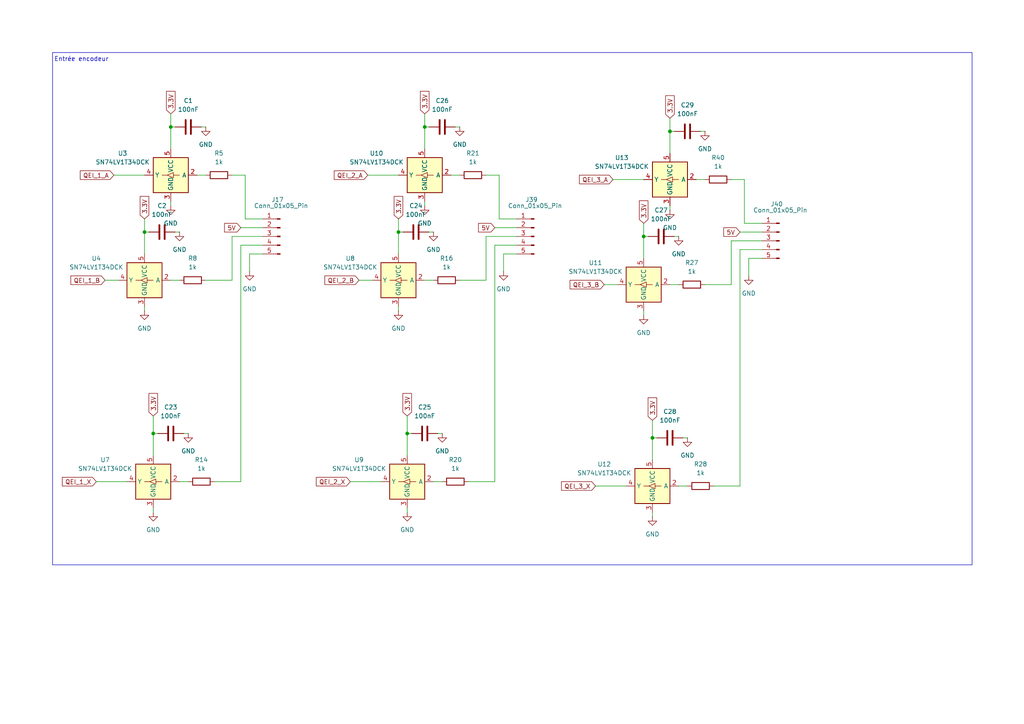
<source format=kicad_sch>
(kicad_sch (version 20231120) (generator "eeschema") (generator_version "8.0")
  (paper "A4")
  (lib_symbols
    (symbol "Connector:Conn_01x05_Pin" (pin_names (offset 1.016) hide)
      (property "Reference" "J" (at 0 7.62 0))
      (property "Value" "Conn_01x05_Pin" (at 0 -7.62 0))
      (symbol "Conn_01x05_Pin_1_1"
        (polyline (pts (xy 1.27 -5.08) (xy 0.8636 -5.08)) (stroke (width 0.1524)))
        (polyline (pts (xy 1.27 -2.54) (xy 0.8636 -2.54)) (stroke (width 0.1524)))
        (polyline (pts (xy 1.27 0) (xy 0.8636 0)) (stroke (width 0.1524)))
        (polyline (pts (xy 1.27 2.54) (xy 0.8636 2.54)) (stroke (width 0.1524)))
        (polyline (pts (xy 1.27 5.08) (xy 0.8636 5.08)) (stroke (width 0.1524)))
        (rectangle (start 0.8636 -4.953) (end 0 -5.207) (stroke (width 0.1524)) (fill (type outline)))
        (rectangle (start 0.8636 -2.413) (end 0 -2.667) (stroke (width 0.1524)) (fill (type outline)))
        (rectangle (start 0.8636 0.127) (end 0 -0.127) (stroke (width 0.1524)) (fill (type outline)))
        (rectangle (start 0.8636 2.667) (end 0 2.413) (stroke (width 0.1524)) (fill (type outline)))
        (rectangle (start 0.8636 5.207) (end 0 4.953) (stroke (width 0.1524)) (fill (type outline)))
        (pin passive line (at 5.08 5.08 180) (length 3.81) (name "Pin_1") (number "1"))
        (pin passive line (at 5.08 2.54 180) (length 3.81) (name "Pin_2") (number "2"))
        (pin passive line (at 5.08 0 180) (length 3.81) (name "Pin_3") (number "3"))
        (pin passive line (at 5.08 -2.54 180) (length 3.81) (name "Pin_4") (number "4"))
        (pin passive line (at 5.08 -5.08 180) (length 3.81) (name "Pin_5") (number "5"))
      )
    )
    (symbol "Device:C" (pin_numbers hide) (pin_names (offset 0.254))
      (property "Reference" "C" (at 0.635 2.54 0))
      (property "Value" "C" (at 0.635 -2.54 0))
      (symbol "C_0_1"
        (polyline (pts (xy -2.032 -0.762) (xy 2.032 -0.762)) (stroke (width 0.508)))
        (polyline (pts (xy -2.032 0.762) (xy 2.032 0.762)) (stroke (width 0.508)))
      )
      (symbol "C_1_1"
        (pin passive line (at 0 3.81 270) (length 2.794) (name "~") (number "1"))
        (pin passive line (at 0 -3.81 90) (length 2.794) (name "~") (number "2"))
      )
    )
    (symbol "Device:R" (pin_numbers hide) (pin_names (offset 0))
      (property "Reference" "R" (at 2.032 0 90))
      (property "Value" "R" (at 0 0 90))
      (symbol "R_0_1"
        (rectangle (start -1.016 -2.54) (end 1.016 2.54) (stroke (width 0.254)))
      )
      (symbol "R_1_1"
        (pin passive line (at 0 3.81 270) (length 1.27) (name "~") (number "1"))
        (pin passive line (at 0 -3.81 90) (length 1.27) (name "~") (number "2"))
      )
    )
    (symbol "Logic_LevelTranslator:SN74LV1T34DCK"
      (property "Reference" "U" (at 5.08 6.35 0))
      (property "Value" "SN74LV1T34DCK" (at 5.08 3.81 0))
      (symbol "SN74LV1T34DCK_0_1"
        (rectangle (start -5.08 5.08) (end 5.08 -5.08) (stroke (width 0.254)) (fill (type background)))
        (polyline (pts (xy -0.762 0) (xy -2.54 0)))
        (polyline (pts (xy 1.016 0) (xy 2.54 0)))
      )
      (symbol "SN74LV1T34DCK_1_1"
        (polyline (pts (xy -0.762 -0.762) (xy -0.762 0.762) (xy 1.016 0) (xy -0.762 -0.762)))
        (pin no_connect line (at -5.08 2.54 0) (length 2.54) hide (name "NC") (number "1"))
        (pin input line (at -7.62 0 0) (length 2.54) (name "A") (number "2"))
        (pin power_in line (at 0 -7.62 90) (length 2.54) (name "GND") (number "3"))
        (pin output line (at 7.62 0 180) (length 2.54) (name "Y") (number "4"))
        (pin power_in line (at 0 7.62 270) (length 2.54) (name "VCC") (number "5"))
      )
    )
    (symbol "power:GND" (power) (pin_numbers hide) (pin_names (offset 0) hide)
      (property "Value" "GND" (at 0 -3.81 0))
      (symbol "GND_0_1"
        (polyline (pts (xy 0 0) (xy 0 -1.27) (xy 1.27 -1.27) (xy 0 -2.54) (xy -1.27 -1.27) (xy 0 -1.27)))
      )
      (symbol "GND_1_1"
        (pin power_in line (at 0 0 270) (length 0) (name "~") (number "1"))
      )
    )
  )
  (junction (at 118.11 125.73))
  (junction (at 186.69 68.58))
  (junction (at 44.45 125.73))
  (junction (at 189.23 127))
  (junction (at 194.31 38.1))
  (junction (at 123.19 36.83))
  (junction (at 115.57 67.31))
  (junction (at 41.91 67.31))
  (junction (at 49.53 36.83))
  (wire (pts (xy 123.19 36.83) (xy 123.19 43.18)))
  (wire (pts (xy 49.53 36.83) (xy 49.53 43.18)))
  (wire (pts (xy 215.9 64.77) (xy 220.98 64.77)))
  (wire (pts (xy 123.19 33.02) (xy 123.19 36.83)))
  (wire (pts (xy 130.81 50.8) (xy 133.35 50.8)))
  (wire (pts (xy 67.31 50.8) (xy 71.12 50.8)))
  (wire (pts (xy 54.61 125.73) (xy 53.34 125.73)))
  (wire (pts (xy 118.11 125.73) (xy 118.11 132.08)))
  (wire (pts (xy 72.39 73.66) (xy 76.2 73.66)))
  (wire (pts (xy 212.09 52.07) (xy 215.9 52.07)))
  (wire (pts (xy 52.07 139.7) (xy 54.61 139.7)))
  (wire (pts (xy 44.45 148.59) (xy 44.45 147.32)))
  (wire (pts (xy 214.63 72.39) (xy 220.98 72.39)))
  (wire (pts (xy 189.23 127) (xy 190.5 127)))
  (wire (pts (xy 49.53 36.83) (xy 50.8 36.83)))
  (wire (pts (xy 72.39 73.66) (xy 72.39 78.74)))
  (wire (pts (xy 143.51 139.7) (xy 135.89 139.7)))
  (wire (pts (xy 204.47 82.55) (xy 212.09 82.55)))
  (wire (pts (xy 143.51 139.7) (xy 143.51 71.12)))
  (wire (pts (xy 214.63 140.97) (xy 214.63 72.39)))
  (wire (pts (xy 118.11 120.65) (xy 118.11 125.73)))
  (wire (pts (xy 57.15 50.8) (xy 59.69 50.8)))
  (wire (pts (xy 36.83 139.7) (xy 27.94 139.7)))
  (wire (pts (xy 49.53 81.28) (xy 52.07 81.28)))
  (wire (pts (xy 189.23 121.92) (xy 189.23 127)))
  (wire (pts (xy 214.63 140.97) (xy 207.01 140.97)))
  (wire (pts (xy 69.85 139.7) (xy 69.85 71.12)))
  (wire (pts (xy 123.19 58.42) (xy 123.19 59.69)))
  (wire (pts (xy 146.05 73.66) (xy 146.05 78.74)))
  (wire (pts (xy 140.97 81.28) (xy 140.97 68.58)))
  (wire (pts (xy 69.85 139.7) (xy 62.23 139.7)))
  (wire (pts (xy 115.57 63.5) (xy 115.57 67.31)))
  (wire (pts (xy 186.69 68.58) (xy 187.96 68.58)))
  (wire (pts (xy 217.17 74.93) (xy 217.17 80.01)))
  (wire (pts (xy 201.93 52.07) (xy 204.47 52.07)))
  (wire (pts (xy 194.31 34.29) (xy 194.31 38.1)))
  (wire (pts (xy 125.73 67.31) (xy 124.46 67.31)))
  (wire (pts (xy 181.61 140.97) (xy 172.72 140.97)))
  (wire (pts (xy 115.57 67.31) (xy 116.84 67.31)))
  (wire (pts (xy 194.31 38.1) (xy 194.31 44.45)))
  (wire (pts (xy 196.85 140.97) (xy 199.39 140.97)))
  (wire (pts (xy 41.91 50.8) (xy 33.02 50.8)))
  (wire (pts (xy 144.78 63.5) (xy 149.86 63.5)))
  (wire (pts (xy 123.19 36.83) (xy 124.46 36.83)))
  (wire (pts (xy 186.69 64.77) (xy 186.69 68.58)))
  (wire (pts (xy 186.69 52.07) (xy 177.8 52.07)))
  (wire (pts (xy 194.31 59.69) (xy 194.31 60.96)))
  (wire (pts (xy 194.31 82.55) (xy 196.85 82.55)))
  (wire (pts (xy 125.73 139.7) (xy 128.27 139.7)))
  (wire (pts (xy 196.85 68.58) (xy 195.58 68.58)))
  (wire (pts (xy 217.17 74.93) (xy 220.98 74.93)))
  (wire (pts (xy 199.39 127) (xy 198.12 127)))
  (wire (pts (xy 44.45 125.73) (xy 44.45 132.08)))
  (wire (pts (xy 133.35 81.28) (xy 140.97 81.28)))
  (wire (pts (xy 67.31 68.58) (xy 76.2 68.58)))
  (wire (pts (xy 140.97 50.8) (xy 144.78 50.8)))
  (wire (pts (xy 133.35 36.83) (xy 132.08 36.83)))
  (wire (pts (xy 128.27 125.73) (xy 127 125.73)))
  (wire (pts (xy 30.48 81.28) (xy 34.29 81.28)))
  (wire (pts (xy 140.97 68.58) (xy 149.86 68.58)))
  (wire (pts (xy 115.57 90.17) (xy 115.57 88.9)))
  (wire (pts (xy 189.23 149.86) (xy 189.23 148.59)))
  (wire (pts (xy 49.53 58.42) (xy 49.53 59.69)))
  (wire (pts (xy 52.07 67.31) (xy 50.8 67.31)))
  (wire (pts (xy 143.51 71.12) (xy 149.86 71.12)))
  (wire (pts (xy 44.45 125.73) (xy 45.72 125.73)))
  (wire (pts (xy 59.69 36.83) (xy 58.42 36.83)))
  (wire (pts (xy 49.53 33.02) (xy 49.53 36.83)))
  (wire (pts (xy 118.11 148.59) (xy 118.11 147.32)))
  (wire (pts (xy 146.05 73.66) (xy 149.86 73.66)))
  (wire (pts (xy 44.45 120.65) (xy 44.45 125.73)))
  (wire (pts (xy 67.31 81.28) (xy 67.31 68.58)))
  (wire (pts (xy 59.69 81.28) (xy 67.31 81.28)))
  (wire (pts (xy 194.31 38.1) (xy 195.58 38.1)))
  (wire (pts (xy 71.12 63.5) (xy 76.2 63.5)))
  (wire (pts (xy 144.78 50.8) (xy 144.78 63.5)))
  (wire (pts (xy 189.23 127) (xy 189.23 133.35)))
  (wire (pts (xy 186.69 68.58) (xy 186.69 74.93)))
  (wire (pts (xy 118.11 125.73) (xy 119.38 125.73)))
  (wire (pts (xy 41.91 67.31) (xy 43.18 67.31)))
  (wire (pts (xy 110.49 139.7) (xy 101.6 139.7)))
  (wire (pts (xy 69.85 71.12) (xy 76.2 71.12)))
  (wire (pts (xy 186.69 91.44) (xy 186.69 90.17)))
  (wire (pts (xy 115.57 67.31) (xy 115.57 73.66)))
  (wire (pts (xy 143.51 66.04) (xy 149.86 66.04)))
  (wire (pts (xy 104.14 81.28) (xy 107.95 81.28)))
  (wire (pts (xy 71.12 50.8) (xy 71.12 63.5)))
  (wire (pts (xy 204.47 38.1) (xy 203.2 38.1)))
  (wire (pts (xy 214.63 67.31) (xy 220.98 67.31)))
  (wire (pts (xy 212.09 82.55) (xy 212.09 69.85)))
  (wire (pts (xy 69.85 66.04) (xy 76.2 66.04)))
  (wire (pts (xy 215.9 52.07) (xy 215.9 64.77)))
  (wire (pts (xy 175.26 82.55) (xy 179.07 82.55)))
  (wire (pts (xy 123.19 81.28) (xy 125.73 81.28)))
  (wire (pts (xy 115.57 50.8) (xy 106.68 50.8)))
  (wire (pts (xy 41.91 63.5) (xy 41.91 67.31)))
  (wire (pts (xy 41.91 90.17) (xy 41.91 88.9)))
  (wire (pts (xy 212.09 69.85) (xy 220.98 69.85)))
  (wire (pts (xy 41.91 67.31) (xy 41.91 73.66)))
  (rectangle (start 15.24 15.24) (end 281.94 163.83))
  (text "Entrée encodeur" (at 23.622 17.272 0) (effects (font (size 1.27 1.27))))
  (global_label "5V" (shape input) (at 69.85 66.04 180) (property "Intersheetrefs" "${INTERSHEET_REFS}" (effects (hide yes))))
  (global_label "QEI_3_B" (shape input) (at 175.26 82.55 180) (property "Intersheetrefs" "${INTERSHEET_REFS}" (effects (hide yes))))
  (global_label "3.3V" (shape input) (at 189.23 121.92 90) (property "Intersheetrefs" "${INTERSHEET_REFS}" (effects (hide yes))))
  (global_label "QEI_1_B" (shape input) (at 30.48 81.28 180) (property "Intersheetrefs" "${INTERSHEET_REFS}" (effects (hide yes))))
  (global_label "QEI_3_X" (shape input) (at 172.72 140.97 180) (property "Intersheetrefs" "${INTERSHEET_REFS}" (effects (hide yes))))
  (global_label "QEI_3_A" (shape input) (at 177.8 52.07 180) (property "Intersheetrefs" "${INTERSHEET_REFS}" (effects (hide yes))))
  (global_label "3.3V" (shape input) (at 118.11 120.65 90) (property "Intersheetrefs" "${INTERSHEET_REFS}" (effects (hide yes))))
  (global_label "QEI_2_B" (shape input) (at 104.14 81.28 180) (property "Intersheetrefs" "${INTERSHEET_REFS}" (effects (hide yes))))
  (global_label "3.3V" (shape input) (at 115.57 63.5 90) (property "Intersheetrefs" "${INTERSHEET_REFS}" (effects (hide yes))))
  (global_label "3.3V" (shape input) (at 41.91 63.5 90) (property "Intersheetrefs" "${INTERSHEET_REFS}" (effects (hide yes))))
  (global_label "5V" (shape input) (at 143.51 66.04 180) (property "Intersheetrefs" "${INTERSHEET_REFS}" (effects (hide yes))))
  (global_label "QEI_2_A" (shape input) (at 106.68 50.8 180) (property "Intersheetrefs" "${INTERSHEET_REFS}" (effects (hide yes))))
  (global_label "3.3V" (shape input) (at 123.19 33.02 90) (property "Intersheetrefs" "${INTERSHEET_REFS}" (effects (hide yes))))
  (global_label "QEI_2_X" (shape input) (at 101.6 139.7 180) (property "Intersheetrefs" "${INTERSHEET_REFS}" (effects (hide yes))))
  (global_label "3.3V" (shape input) (at 186.69 64.77 90) (property "Intersheetrefs" "${INTERSHEET_REFS}" (effects (hide yes))))
  (global_label "5V" (shape input) (at 214.63 67.31 180) (property "Intersheetrefs" "${INTERSHEET_REFS}" (effects (hide yes))))
  (global_label "QEI_1_X" (shape input) (at 27.94 139.7 180) (property "Intersheetrefs" "${INTERSHEET_REFS}" (effects (hide yes))))
  (global_label "3.3V" (shape input) (at 49.53 33.02 90) (property "Intersheetrefs" "${INTERSHEET_REFS}" (effects (hide yes))))
  (global_label "3.3V" (shape input) (at 44.45 120.65 90) (property "Intersheetrefs" "${INTERSHEET_REFS}" (effects (hide yes))))
  (global_label "3.3V" (shape input) (at 194.31 34.29 90) (property "Intersheetrefs" "${INTERSHEET_REFS}" (effects (hide yes))))
  (global_label "QEI_1_A" (shape input) (at 33.02 50.8 180) (property "Intersheetrefs" "${INTERSHEET_REFS}" (effects (hide yes))))
  (symbol (lib_id "Logic_LevelTranslator:SN74LV1T34DCK") (at 44.45 139.7 0) (mirror y) (unit 1)
    (property "Reference" "U7" (at 30.48 133.3814 0))
    (property "Value" "SN74LV1T34DCK" (at 30.48 135.9214 0))
    (property "Footprint" "Package_TO_SOT_SMD:SOT-353_SC-70-5" (effects (hide yes)))
    (property "Datasheet" "https://www.ti.com/lit/ds/symlink/sn74lv1t34.pdf" (effects (hide yes)))
    (property "Description" "Single Power Supply, Single Buffer GATE, CMOS Logic, Level Shifter, SOT-353" (effects (hide yes)))
  )
  (symbol (lib_id "Device:C") (at 191.77 68.58 270) (unit 1)
    (property "Reference" "C27" (at 191.77 60.96 90))
    (property "Value" "100nF" (at 191.77 63.5 90))
    (property "Footprint" "Capacitor_SMD:C_0402_1005Metric" (effects (hide yes)))
  )
  (symbol (lib_id "Device:R") (at 63.5 50.8 90) (unit 1)
    (property "Reference" "R5" (at 63.5 44.45 90))
    (property "Value" "1k" (at 63.5 46.99 90))
    (property "Footprint" "Capacitor_SMD:C_0402_1005Metric" (effects (hide yes)))
    (property "Description" "Resistor" (effects (hide yes)))
  )
  (symbol (lib_id "Device:C") (at 120.65 67.31 270) (unit 1)
    (property "Reference" "C24" (at 120.65 59.69 90))
    (property "Value" "100nF" (at 120.65 62.23 90))
    (property "Footprint" "Capacitor_SMD:C_0402_1005Metric" (effects (hide yes)))
  )
  (symbol (lib_id "power:GND") (at 217.17 80.01 0) (unit 1)
    (property "Reference" "#PWR0108" (effects (hide yes)))
    (property "Value" "GND" (at 217.17 85.09 0))
    (property "Description" "Power symbol creates a global label with name \"GND\" , ground" (effects (hide yes)))
  )
  (symbol (lib_id "power:GND") (at 52.07 67.31 0) (unit 1)
    (property "Reference" "#PWR082" (effects (hide yes)))
    (property "Value" "GND" (at 52.07 72.39 0))
    (property "Description" "Power symbol creates a global label with name \"GND\" , ground" (effects (hide yes)))
  )
  (symbol (lib_id "Device:R") (at 132.08 139.7 90) (unit 1)
    (property "Reference" "R20" (at 132.08 133.35 90))
    (property "Value" "1k" (at 132.08 135.89 90))
    (property "Footprint" "Capacitor_SMD:C_0402_1005Metric" (effects (hide yes)))
    (property "Description" "Resistor" (effects (hide yes)))
  )
  (symbol (lib_id "power:GND") (at 54.61 125.73 0) (unit 1)
    (property "Reference" "#PWR094" (effects (hide yes)))
    (property "Value" "GND" (at 54.61 130.81 0))
    (property "Description" "Power symbol creates a global label with name \"GND\" , ground" (effects (hide yes)))
  )
  (symbol (lib_id "Logic_LevelTranslator:SN74LV1T34DCK") (at 41.91 81.28 0) (mirror y) (unit 1)
    (property "Reference" "U4" (at 27.94 74.9614 0))
    (property "Value" "SN74LV1T34DCK" (at 27.94 77.5014 0))
    (property "Footprint" "Package_TO_SOT_SMD:SOT-353_SC-70-5" (effects (hide yes)))
    (property "Datasheet" "https://www.ti.com/lit/ds/symlink/sn74lv1t34.pdf" (effects (hide yes)))
    (property "Description" "Single Power Supply, Single Buffer GATE, CMOS Logic, Level Shifter, SOT-353" (effects (hide yes)))
  )
  (symbol (lib_id "Device:C") (at 46.99 67.31 270) (unit 1)
    (property "Reference" "C2" (at 46.99 59.69 90))
    (property "Value" "100nF" (at 46.99 62.23 90))
    (property "Footprint" "Capacitor_SMD:C_0402_1005Metric" (effects (hide yes)))
  )
  (symbol (lib_id "Device:C") (at 54.61 36.83 270) (unit 1)
    (property "Reference" "C1" (at 54.61 29.21 90))
    (property "Value" "100nF" (at 54.61 31.75 90))
    (property "Footprint" "Capacitor_SMD:C_0402_1005Metric" (effects (hide yes)))
  )
  (symbol (lib_id "Logic_LevelTranslator:SN74LV1T34DCK") (at 115.57 81.28 0) (mirror y) (unit 1)
    (property "Reference" "U8" (at 101.6 74.9614 0))
    (property "Value" "SN74LV1T34DCK" (at 101.6 77.5014 0))
    (property "Footprint" "Package_TO_SOT_SMD:SOT-353_SC-70-5" (effects (hide yes)))
    (property "Datasheet" "https://www.ti.com/lit/ds/symlink/sn74lv1t34.pdf" (effects (hide yes)))
    (property "Description" "Single Power Supply, Single Buffer GATE, CMOS Logic, Level Shifter, SOT-353" (effects (hide yes)))
  )
  (symbol (lib_id "Logic_LevelTranslator:SN74LV1T34DCK") (at 49.53 50.8 0) (mirror y) (unit 1)
    (property "Reference" "U3" (at 35.56 44.4814 0))
    (property "Value" "SN74LV1T34DCK" (at 35.56 47.0214 0))
    (property "Footprint" "Package_TO_SOT_SMD:SOT-353_SC-70-5" (effects (hide yes)))
    (property "Datasheet" "https://www.ti.com/lit/ds/symlink/sn74lv1t34.pdf" (effects (hide yes)))
    (property "Description" "Single Power Supply, Single Buffer GATE, CMOS Logic, Level Shifter, SOT-353" (effects (hide yes)))
  )
  (symbol (lib_id "Logic_LevelTranslator:SN74LV1T34DCK") (at 194.31 52.07 0) (mirror y) (unit 1)
    (property "Reference" "U13" (at 180.34 45.7514 0))
    (property "Value" "SN74LV1T34DCK" (at 180.34 48.2914 0))
    (property "Footprint" "Package_TO_SOT_SMD:SOT-353_SC-70-5" (effects (hide yes)))
    (property "Datasheet" "https://www.ti.com/lit/ds/symlink/sn74lv1t34.pdf" (effects (hide yes)))
    (property "Description" "Single Power Supply, Single Buffer GATE, CMOS Logic, Level Shifter, SOT-353" (effects (hide yes)))
  )
  (symbol (lib_id "Device:C") (at 128.27 36.83 270) (unit 1)
    (property "Reference" "C26" (at 128.27 29.21 90))
    (property "Value" "100nF" (at 128.27 31.75 90))
    (property "Footprint" "Capacitor_SMD:C_0402_1005Metric" (effects (hide yes)))
  )
  (symbol (lib_id "Device:R") (at 200.66 82.55 90) (unit 1)
    (property "Reference" "R27" (at 200.66 76.2 90))
    (property "Value" "1k" (at 200.66 78.74 90))
    (property "Footprint" "Capacitor_SMD:C_0402_1005Metric" (effects (hide yes)))
    (property "Description" "Resistor" (effects (hide yes)))
  )
  (symbol (lib_id "Device:R") (at 129.54 81.28 90) (unit 1)
    (property "Reference" "R16" (at 129.54 74.93 90))
    (property "Value" "1k" (at 129.54 77.47 90))
    (property "Footprint" "Capacitor_SMD:C_0402_1005Metric" (effects (hide yes)))
    (property "Description" "Resistor" (effects (hide yes)))
  )
  (symbol (lib_id "Logic_LevelTranslator:SN74LV1T34DCK") (at 123.19 50.8 0) (mirror y) (unit 1)
    (property "Reference" "U10" (at 109.22 44.4814 0))
    (property "Value" "SN74LV1T34DCK" (at 109.22 47.0214 0))
    (property "Footprint" "Package_TO_SOT_SMD:SOT-353_SC-70-5" (effects (hide yes)))
    (property "Datasheet" "https://www.ti.com/lit/ds/symlink/sn74lv1t34.pdf" (effects (hide yes)))
    (property "Description" "Single Power Supply, Single Buffer GATE, CMOS Logic, Level Shifter, SOT-353" (effects (hide yes)))
  )
  (symbol (lib_id "Connector:Conn_01x05_Pin") (at 226.06 69.85 0) (mirror y) (unit 1) (in_bom no)
    (property "Reference" "J40" (at 225.298 59.182 0))
    (property "Value" "Conn_01x05_Pin" (at 226.314 60.96 0))
    (property "Footprint" "Connector_PinHeader_2.54mm:PinHeader_1x05_P2.54mm_Vertical" (effects (hide yes)))
    (property "Description" "Generic connector, single row, 01x05, script generated" (effects (hide yes)))
  )
  (symbol (lib_id "power:GND") (at 72.39 78.74 0) (unit 1)
    (property "Reference" "#PWR014" (effects (hide yes)))
    (property "Value" "GND" (at 72.39 83.82 0))
    (property "Description" "Power symbol creates a global label with name \"GND\" , ground" (effects (hide yes)))
  )
  (symbol (lib_id "power:GND") (at 118.11 148.59 0) (unit 1)
    (property "Reference" "#PWR096" (effects (hide yes)))
    (property "Value" "GND" (at 118.11 153.67 0))
    (property "Description" "Power symbol creates a global label with name \"GND\" , ground" (effects (hide yes)))
  )
  (symbol (lib_id "power:GND") (at 125.73 67.31 0) (unit 1)
    (property "Reference" "#PWR098" (effects (hide yes)))
    (property "Value" "GND" (at 125.73 72.39 0))
    (property "Description" "Power symbol creates a global label with name \"GND\" , ground" (effects (hide yes)))
  )
  (symbol (lib_id "Device:C") (at 199.39 38.1 270) (unit 1)
    (property "Reference" "C29" (at 199.39 30.48 90))
    (property "Value" "100nF" (at 199.39 33.02 90))
    (property "Footprint" "Capacitor_SMD:C_0402_1005Metric" (effects (hide yes)))
  )
  (symbol (lib_id "power:GND") (at 189.23 149.86 0) (unit 1)
    (property "Reference" "#PWR0103" (effects (hide yes)))
    (property "Value" "GND" (at 189.23 154.94 0))
    (property "Description" "Power symbol creates a global label with name \"GND\" , ground" (effects (hide yes)))
  )
  (symbol (lib_id "Device:R") (at 137.16 50.8 90) (unit 1)
    (property "Reference" "R21" (at 137.16 44.45 90))
    (property "Value" "1k" (at 137.16 46.99 90))
    (property "Footprint" "Capacitor_SMD:C_0402_1005Metric" (effects (hide yes)))
    (property "Description" "Resistor" (effects (hide yes)))
  )
  (symbol (lib_id "power:GND") (at 44.45 148.59 0) (unit 1)
    (property "Reference" "#PWR093" (effects (hide yes)))
    (property "Value" "GND" (at 44.45 153.67 0))
    (property "Description" "Power symbol creates a global label with name \"GND\" , ground" (effects (hide yes)))
  )
  (symbol (lib_id "power:GND") (at 199.39 127 0) (unit 1)
    (property "Reference" "#PWR0106" (effects (hide yes)))
    (property "Value" "GND" (at 199.39 132.08 0))
    (property "Description" "Power symbol creates a global label with name \"GND\" , ground" (effects (hide yes)))
  )
  (symbol (lib_id "Connector:Conn_01x05_Pin") (at 81.28 68.58 0) (mirror y) (unit 1) (in_bom no)
    (property "Reference" "J17" (at 80.518 57.912 0))
    (property "Value" "Conn_01x05_Pin" (at 81.534 59.69 0))
    (property "Footprint" "Connector_PinHeader_2.54mm:PinHeader_1x05_P2.54mm_Vertical" (effects (hide yes)))
    (property "Description" "Generic connector, single row, 01x05, script generated" (effects (hide yes)))
  )
  (symbol (lib_id "Device:R") (at 208.28 52.07 90) (unit 1)
    (property "Reference" "R40" (at 208.28 45.72 90))
    (property "Value" "1k" (at 208.28 48.26 90))
    (property "Footprint" "Capacitor_SMD:C_0402_1005Metric" (effects (hide yes)))
    (property "Description" "Resistor" (effects (hide yes)))
  )
  (symbol (lib_id "Device:R") (at 58.42 139.7 90) (unit 1)
    (property "Reference" "R14" (at 58.42 133.35 90))
    (property "Value" "1k" (at 58.42 135.89 90))
    (property "Footprint" "Capacitor_SMD:C_0402_1005Metric" (effects (hide yes)))
    (property "Description" "Resistor" (effects (hide yes)))
  )
  (symbol (lib_id "Connector:Conn_01x05_Pin") (at 154.94 68.58 0) (mirror y) (unit 1) (in_bom no)
    (property "Reference" "J39" (at 154.178 57.912 0))
    (property "Value" "Conn_01x05_Pin" (at 155.194 59.69 0))
    (property "Footprint" "Connector_PinHeader_2.54mm:PinHeader_1x05_P2.54mm_Vertical" (effects (hide yes)))
    (property "Description" "Generic connector, single row, 01x05, script generated" (effects (hide yes)))
  )
  (symbol (lib_id "Logic_LevelTranslator:SN74LV1T34DCK") (at 186.69 82.55 0) (mirror y) (unit 1)
    (property "Reference" "U11" (at 172.72 76.2314 0))
    (property "Value" "SN74LV1T34DCK" (at 172.72 78.7714 0))
    (property "Footprint" "Package_TO_SOT_SMD:SOT-353_SC-70-5" (effects (hide yes)))
    (property "Datasheet" "https://www.ti.com/lit/ds/symlink/sn74lv1t34.pdf" (effects (hide yes)))
    (property "Description" "Single Power Supply, Single Buffer GATE, CMOS Logic, Level Shifter, SOT-353" (effects (hide yes)))
  )
  (symbol (lib_id "power:GND") (at 133.35 36.83 0) (unit 1)
    (property "Reference" "#PWR0100" (effects (hide yes)))
    (property "Value" "GND" (at 133.35 41.91 0))
    (property "Description" "Power symbol creates a global label with name \"GND\" , ground" (effects (hide yes)))
  )
  (symbol (lib_id "power:GND") (at 128.27 125.73 0) (unit 1)
    (property "Reference" "#PWR099" (effects (hide yes)))
    (property "Value" "GND" (at 128.27 130.81 0))
    (property "Description" "Power symbol creates a global label with name \"GND\" , ground" (effects (hide yes)))
  )
  (symbol (lib_id "power:GND") (at 196.85 68.58 0) (unit 1)
    (property "Reference" "#PWR0105" (effects (hide yes)))
    (property "Value" "GND" (at 196.85 73.66 0))
    (property "Description" "Power symbol creates a global label with name \"GND\" , ground" (effects (hide yes)))
  )
  (symbol (lib_id "Device:R") (at 55.88 81.28 90) (unit 1)
    (property "Reference" "R8" (at 55.88 74.93 90))
    (property "Value" "1k" (at 55.88 77.47 90))
    (property "Footprint" "Capacitor_SMD:C_0402_1005Metric" (effects (hide yes)))
    (property "Description" "Resistor" (effects (hide yes)))
  )
  (symbol (lib_id "Logic_LevelTranslator:SN74LV1T34DCK") (at 189.23 140.97 0) (mirror y) (unit 1)
    (property "Reference" "U12" (at 175.26 134.6514 0))
    (property "Value" "SN74LV1T34DCK" (at 175.26 137.1914 0))
    (property "Footprint" "Package_TO_SOT_SMD:SOT-353_SC-70-5" (effects (hide yes)))
    (property "Datasheet" "https://www.ti.com/lit/ds/symlink/sn74lv1t34.pdf" (effects (hide yes)))
    (property "Description" "Single Power Supply, Single Buffer GATE, CMOS Logic, Level Shifter, SOT-353" (effects (hide yes)))
  )
  (symbol (lib_id "power:GND") (at 204.47 38.1 0) (unit 1)
    (property "Reference" "#PWR0107" (effects (hide yes)))
    (property "Value" "GND" (at 204.47 43.18 0))
    (property "Description" "Power symbol creates a global label with name \"GND\" , ground" (effects (hide yes)))
  )
  (symbol (lib_id "Logic_LevelTranslator:SN74LV1T34DCK") (at 118.11 139.7 0) (mirror y) (unit 1)
    (property "Reference" "U9" (at 104.14 133.3814 0))
    (property "Value" "SN74LV1T34DCK" (at 104.14 135.9214 0))
    (property "Footprint" "Package_TO_SOT_SMD:SOT-353_SC-70-5" (effects (hide yes)))
    (property "Datasheet" "https://www.ti.com/lit/ds/symlink/sn74lv1t34.pdf" (effects (hide yes)))
    (property "Description" "Single Power Supply, Single Buffer GATE, CMOS Logic, Level Shifter, SOT-353" (effects (hide yes)))
  )
  (symbol (lib_id "power:GND") (at 49.53 59.69 0) (unit 1)
    (property "Reference" "#PWR032" (effects (hide yes)))
    (property "Value" "GND" (at 49.53 64.77 0))
    (property "Description" "Power symbol creates a global label with name \"GND\" , ground" (effects (hide yes)))
  )
  (symbol (lib_id "power:GND") (at 123.19 59.69 0) (unit 1)
    (property "Reference" "#PWR097" (effects (hide yes)))
    (property "Value" "GND" (at 123.19 64.77 0))
    (property "Description" "Power symbol creates a global label with name \"GND\" , ground" (effects (hide yes)))
  )
  (symbol (lib_id "power:GND") (at 186.69 91.44 0) (unit 1)
    (property "Reference" "#PWR0102" (effects (hide yes)))
    (property "Value" "GND" (at 186.69 96.52 0))
    (property "Description" "Power symbol creates a global label with name \"GND\" , ground" (effects (hide yes)))
  )
  (symbol (lib_id "power:GND") (at 194.31 60.96 0) (unit 1)
    (property "Reference" "#PWR0104" (effects (hide yes)))
    (property "Value" "GND" (at 194.31 66.04 0))
    (property "Description" "Power symbol creates a global label with name \"GND\" , ground" (effects (hide yes)))
  )
  (symbol (lib_id "Device:R") (at 203.2 140.97 90) (unit 1)
    (property "Reference" "R28" (at 203.2 134.62 90))
    (property "Value" "1k" (at 203.2 137.16 90))
    (property "Footprint" "Capacitor_SMD:C_0402_1005Metric" (effects (hide yes)))
    (property "Description" "Resistor" (effects (hide yes)))
  )
  (symbol (lib_id "Device:C") (at 194.31 127 270) (unit 1)
    (property "Reference" "C28" (at 194.31 119.38 90))
    (property "Value" "100nF" (at 194.31 121.92 90))
    (property "Footprint" "Capacitor_SMD:C_0402_1005Metric" (effects (hide yes)))
  )
  (symbol (lib_id "power:GND") (at 146.05 78.74 0) (unit 1)
    (property "Reference" "#PWR0101" (effects (hide yes)))
    (property "Value" "GND" (at 146.05 83.82 0))
    (property "Description" "Power symbol creates a global label with name \"GND\" , ground" (effects (hide yes)))
  )
  (symbol (lib_id "Device:C") (at 49.53 125.73 270) (unit 1)
    (property "Reference" "C23" (at 49.53 118.11 90))
    (property "Value" "100nF" (at 49.53 120.65 90))
    (property "Footprint" "Capacitor_SMD:C_0402_1005Metric" (effects (hide yes)))
  )
  (symbol (lib_id "power:GND") (at 115.57 90.17 0) (unit 1)
    (property "Reference" "#PWR095" (effects (hide yes)))
    (property "Value" "GND" (at 115.57 95.25 0))
    (property "Description" "Power symbol creates a global label with name \"GND\" , ground" (effects (hide yes)))
  )
  (symbol (lib_id "Device:C") (at 123.19 125.73 270) (unit 1)
    (property "Reference" "C25" (at 123.19 118.11 90))
    (property "Value" "100nF" (at 123.19 120.65 90))
    (property "Footprint" "Capacitor_SMD:C_0402_1005Metric" (effects (hide yes)))
  )
  (symbol (lib_id "power:GND") (at 59.69 36.83 0) (unit 1)
    (property "Reference" "#PWR039" (effects (hide yes)))
    (property "Value" "GND" (at 59.69 41.91 0))
    (property "Description" "Power symbol creates a global label with name \"GND\" , ground" (effects (hide yes)))
  )
  (symbol (lib_id "power:GND") (at 41.91 90.17 0) (unit 1)
    (property "Reference" "#PWR041" (effects (hide yes)))
    (property "Value" "GND" (at 41.91 95.25 0))
    (property "Description" "Power symbol creates a global label with name \"GND\" , ground" (effects (hide yes)))
  )
)
</source>
